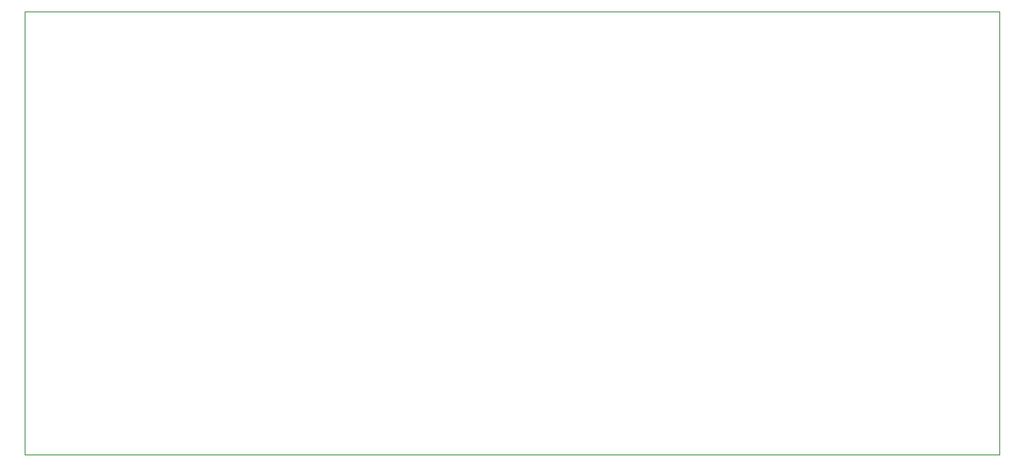
<source format=gm1>
%TF.GenerationSoftware,KiCad,Pcbnew,7.0.10-7.0.10~ubuntu22.04.1*%
%TF.CreationDate,2024-03-15T16:54:52-07:00*%
%TF.ProjectId,kiss_sdr_r1,6b697373-5f73-4647-925f-72312e6b6963,rev?*%
%TF.SameCoordinates,Original*%
%TF.FileFunction,Profile,NP*%
%FSLAX46Y46*%
G04 Gerber Fmt 4.6, Leading zero omitted, Abs format (unit mm)*
G04 Created by KiCad (PCBNEW 7.0.10-7.0.10~ubuntu22.04.1) date 2024-03-15 16:54:52*
%MOMM*%
%LPD*%
G01*
G04 APERTURE LIST*
%TA.AperFunction,Profile*%
%ADD10C,0.100000*%
%TD*%
G04 APERTURE END LIST*
D10*
X81726000Y-122325000D02*
X81726000Y-76605000D01*
X182106800Y-122325000D02*
X81726000Y-122325000D01*
X81726000Y-76605000D02*
X182106800Y-76605000D01*
X182106800Y-76605000D02*
X182106800Y-122325000D01*
M02*

</source>
